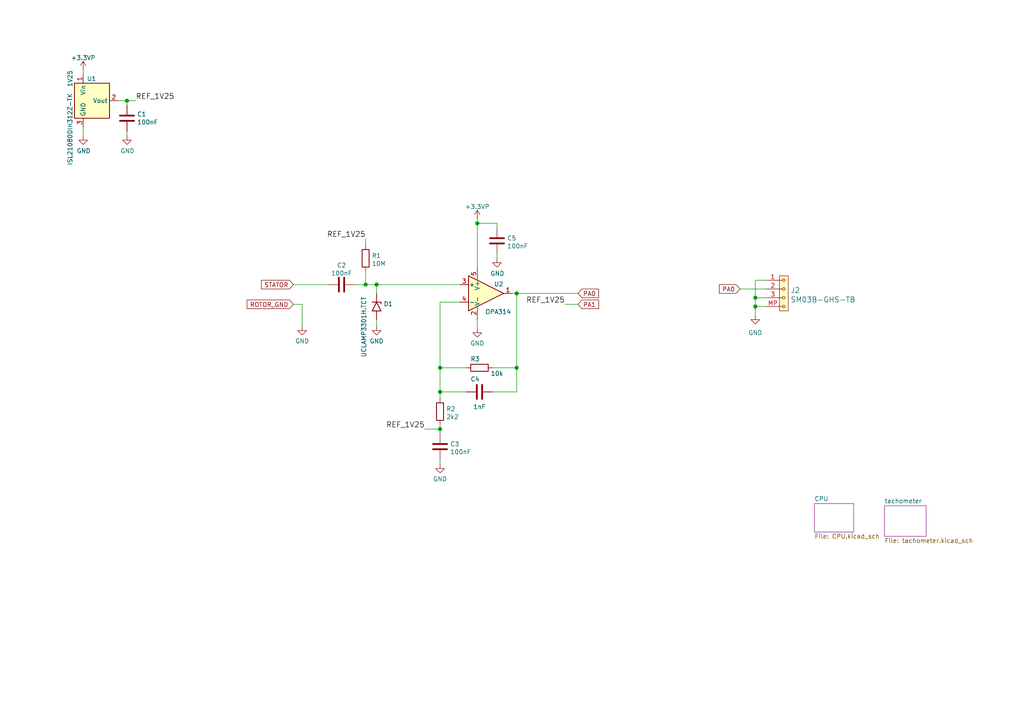
<source format=kicad_sch>
(kicad_sch (version 20210406) (generator eeschema)
  (paper "A4")
  (lib_symbols
    (symbol "Amplifier_Operational:OPA330xxDBV" (pin_names (offset 0.127))
      (property "Reference" "U" (at -1.27 6.35 0))
      (property "Value" "OPA330xxDBV" (at -1.27 3.81 0))
      (symbol "OPA330xxDBV_0_1"
        (polyline (pts (xy -5.08 5.08) (xy 5.08 0) (xy -5.08 -5.08) (xy -5.08 5.08)) (stroke (width 0.254)) (fill (type background)))
        (pin power_in line (at -2.54 -7.62 90) (length 3.81) (name "V-") (number "2"))
        (pin power_in line (at -2.54 7.62 270) (length 3.81) (name "V+") (number "5"))
      )
      (symbol "OPA330xxDBV_1_1"
        (pin output line (at 7.62 0 180) (length 2.54) (name "~") (number "1"))
        (pin input line (at -7.62 2.54 0) (length 2.54) (name "+") (number "3"))
        (pin input line (at -7.62 -2.54 0) (length 2.54) (name "-") (number "4"))
      )
    )
    (symbol "Device:C" (pin_numbers hide) (pin_names (offset 0.254))
      (property "Reference" "C" (at 0.635 2.54 0))
      (property "Value" "C" (at 0.635 -2.54 0))
      (symbol "C_0_1"
        (polyline (pts (xy -2.032 -0.762) (xy 2.032 -0.762)) (stroke (width 0.508)))
        (polyline (pts (xy -2.032 0.762) (xy 2.032 0.762)) (stroke (width 0.508)))
      )
      (symbol "C_1_1"
        (pin passive line (at 0 3.81 270) (length 2.794) (name "~") (number "1"))
        (pin passive line (at 0 -3.81 90) (length 2.794) (name "~") (number "2"))
      )
    )
    (symbol "Device:R" (pin_numbers hide) (pin_names (offset 0))
      (property "Reference" "R" (at 2.032 0 90))
      (property "Value" "R" (at 0 0 90))
      (symbol "R_0_1"
        (rectangle (start -1.016 -2.54) (end 1.016 2.54) (stroke (width 0.254)))
      )
      (symbol "R_1_1"
        (pin passive line (at 0 3.81 270) (length 1.27) (name "~") (number "1"))
        (pin passive line (at 0 -3.81 90) (length 1.27) (name "~") (number "2"))
      )
    )
    (symbol "Diode:SM6T12A" (pin_numbers hide) (pin_names (offset 1.016) hide)
      (property "Reference" "D" (at 0 2.54 0))
      (property "Value" "SM6T12A" (at 0 -2.54 0))
      (symbol "SM6T12A_0_1"
        (polyline (pts (xy -0.762 1.27) (xy -1.27 1.27) (xy -1.27 -1.27)) (stroke (width 0.254)))
        (polyline (pts (xy 1.27 1.27) (xy 1.27 -1.27) (xy -1.27 0) (xy 1.27 1.27)) (stroke (width 0.254)))
      )
      (symbol "SM6T12A_1_1"
        (pin passive line (at -3.81 0 0) (length 2.54) (name "A1") (number "1"))
        (pin passive line (at 3.81 0 180) (length 2.54) (name "A2") (number "2"))
      )
    )
    (symbol "MLAB_CONNECTORS_JST:SM03B-GHS-TB" (pin_names (offset 1.016))
      (property "Reference" "J" (at 0 -6.35 0))
      (property "Value" "SM03B-GHS-TB" (at 0 6.35 0))
      (property "Footprint" "Connector_JST:JST_GH_SM03B-GHS-TB_1x03-1MP_P1.25mm_Horizontal" (at 0 3.81 0))
      (symbol "SM03B-GHS-TB_0_1"
        (circle (center 0 -3.81) (radius 0.381))
        (circle (center 0 -1.27) (radius 0.381))
        (circle (center 0 1.27) (radius 0.381))
        (circle (center 0 3.81) (radius 0.381))
        (rectangle (start -1.27 5.08) (end 1.27 -5.08) (fill (type background)))
        (polyline (pts (xy -1.27 -3.81) (xy -0.381 -3.81)))
        (polyline (pts (xy -1.27 -1.27) (xy -0.381 -1.27)))
        (polyline (pts (xy -1.27 1.27) (xy -0.381 1.27)))
        (polyline (pts (xy -1.27 3.81) (xy -0.381 3.81)))
      )
      (symbol "SM03B-GHS-TB_1_1"
        (pin input line (at -5.08 3.81 0) (length 3.81) (name "~") (number "1"))
        (pin input line (at -5.08 1.27 0) (length 3.81) (name "~") (number "2"))
        (pin input line (at -5.08 -1.27 0) (length 3.81) (name "~") (number "3"))
        (pin input line (at -5.08 -3.81 0) (length 3.81) (name "") (number "MP"))
      )
    )
    (symbol "Reference_Voltage:ISL21070CIH320Z-TK"
      (property "Reference" "U" (at -0.635 8.255 0))
      (property "Value" "ISL21070CIH320Z-TK" (at -1.905 6.35 0))
      (symbol "ISL21070CIH320Z-TK_0_1"
        (rectangle (start -5.08 5.08) (end 5.08 -5.08) (stroke (width 0.254)) (fill (type background)))
      )
      (symbol "ISL21070CIH320Z-TK_1_1"
        (pin power_in line (at -2.54 7.62 270) (length 2.54) (name "Vin") (number "1"))
        (pin power_out line (at 7.62 0 180) (length 2.54) (name "Vout") (number "2"))
        (pin power_in line (at -2.54 -7.62 90) (length 2.54) (name "GND") (number "3"))
      )
    )
    (symbol "power:+3.3VP" (power) (pin_names (offset 0))
      (property "Value" "+3.3VP" (at 0 2.54 0))
      (symbol "+3.3VP_0_0"
        (pin power_in line (at 0 0 90) (length 0) hide (name "+3.3VP") (number "1"))
      )
      (symbol "+3.3VP_0_1"
        (polyline (pts (xy -0.762 1.27) (xy 0 2.54)))
        (polyline (pts (xy 0 0) (xy 0 2.54)))
        (polyline (pts (xy 0 2.54) (xy 0.762 1.27)))
      )
    )
    (symbol "power:GND" (power) (pin_names (offset 0))
      (property "Value" "GND" (at 0 -3.81 0))
      (symbol "GND_0_1"
        (polyline (pts (xy 0 0) (xy 0 -1.27) (xy 1.27 -1.27) (xy 0 -2.54) (xy -1.27 -1.27) (xy 0 -1.27)))
      )
      (symbol "GND_1_1"
        (pin power_in line (at 0 0 270) (length 0) hide (name "GND") (number "1"))
      )
    )
  )
  (junction (at 36.83 29.21) (diameter 1.016))
  (junction (at 106.045 82.55) (diameter 1.016))
  (junction (at 109.22 82.55) (diameter 1.016))
  (junction (at 127.635 106.68) (diameter 1.016))
  (junction (at 127.635 113.665) (diameter 1.016))
  (junction (at 127.635 124.46) (diameter 1.016))
  (junction (at 138.43 64.77) (diameter 1.016))
  (junction (at 149.86 85.09) (diameter 1.016))
  (junction (at 149.86 106.68) (diameter 1.016))
  (junction (at 219.075 86.36) (diameter 1.016))
  (junction (at 219.075 88.9) (diameter 1.016))
  (wire (pts (xy 24.13 20.32) (xy 24.13 21.59)))
  (wire (pts (xy 24.13 36.83) (xy 24.13 39.37)))
  (wire (pts (xy 34.29 29.21) (xy 36.83 29.21)))
  (wire (pts (xy 36.83 29.21) (xy 39.37 29.21)))
  (wire (pts (xy 36.83 30.48) (xy 36.83 29.21)))
  (wire (pts (xy 36.83 39.37) (xy 36.83 38.1)))
  (wire (pts (xy 85.09 82.55) (xy 95.25 82.55)))
  (wire (pts (xy 85.09 88.265) (xy 87.63 88.265)))
  (wire (pts (xy 87.63 88.265) (xy 87.63 94.615)))
  (wire (pts (xy 102.87 82.55) (xy 106.045 82.55)))
  (wire (pts (xy 106.045 69.215) (xy 106.045 71.12)))
  (wire (pts (xy 106.045 78.74) (xy 106.045 82.55)))
  (wire (pts (xy 106.045 82.55) (xy 109.22 82.55)))
  (wire (pts (xy 109.22 82.55) (xy 109.22 85.09)))
  (wire (pts (xy 109.22 82.55) (xy 133.35 82.55)))
  (wire (pts (xy 109.22 92.71) (xy 109.22 94.615)))
  (wire (pts (xy 123.19 124.46) (xy 127.635 124.46)))
  (wire (pts (xy 127.635 87.63) (xy 127.635 106.68)))
  (wire (pts (xy 127.635 106.68) (xy 127.635 113.665)))
  (wire (pts (xy 127.635 106.68) (xy 135.255 106.68)))
  (wire (pts (xy 127.635 113.665) (xy 127.635 115.57)))
  (wire (pts (xy 127.635 113.665) (xy 135.255 113.665)))
  (wire (pts (xy 127.635 123.19) (xy 127.635 124.46)))
  (wire (pts (xy 127.635 124.46) (xy 127.635 125.73)))
  (wire (pts (xy 127.635 133.35) (xy 127.635 134.62)))
  (wire (pts (xy 133.35 87.63) (xy 127.635 87.63)))
  (wire (pts (xy 138.43 63.5) (xy 138.43 64.77)))
  (wire (pts (xy 138.43 64.77) (xy 138.43 77.47)))
  (wire (pts (xy 138.43 64.77) (xy 144.145 64.77)))
  (wire (pts (xy 138.43 92.71) (xy 138.43 95.25)))
  (wire (pts (xy 142.875 106.68) (xy 149.86 106.68)))
  (wire (pts (xy 142.875 113.665) (xy 149.86 113.665)))
  (wire (pts (xy 144.145 66.04) (xy 144.145 64.77)))
  (wire (pts (xy 144.145 73.66) (xy 144.145 74.93)))
  (wire (pts (xy 148.59 85.09) (xy 149.86 85.09)))
  (wire (pts (xy 149.86 85.09) (xy 167.64 85.09)))
  (wire (pts (xy 149.86 106.68) (xy 149.86 85.09)))
  (wire (pts (xy 149.86 113.665) (xy 149.86 106.68)))
  (wire (pts (xy 163.83 88.265) (xy 167.64 88.265)))
  (wire (pts (xy 214.63 83.82) (xy 222.25 83.82)))
  (wire (pts (xy 219.075 81.28) (xy 219.075 86.36)))
  (wire (pts (xy 219.075 86.36) (xy 219.075 88.9)))
  (wire (pts (xy 219.075 86.36) (xy 222.25 86.36)))
  (wire (pts (xy 219.075 88.9) (xy 219.075 91.44)))
  (wire (pts (xy 219.075 88.9) (xy 222.25 88.9)))
  (wire (pts (xy 222.25 81.28) (xy 219.075 81.28)))
  (label "REF_1V25" (at 39.37 29.21 0) (effects (font (size 1.524 1.524))))
  (label "REF_1V25" (at 106.045 69.215 180) (effects (font (size 1.524 1.524))))
  (label "REF_1V25" (at 123.19 124.46 180) (effects (font (size 1.524 1.524))))
  (label "REF_1V25" (at 163.83 88.265 180) (effects (font (size 1.524 1.524))))
  (global_label "STATOR" (shape input) (at 85.09 82.55 180) (property "Intersheet References" "${INTERSHEET_REFS}" (effects hide)))
  (global_label "ROTOR_GND" (shape input) (at 85.09 88.265 180) (property "Intersheet References" "${INTERSHEET_REFS}" (effects hide)))
  (global_label "PA0" (shape input) (at 167.64 85.09 0) (property "Intersheet References" "${INTERSHEET_REFS}" (effects hide)))
  (global_label "PA1" (shape input) (at 167.64 88.265 0) (property "Intersheet References" "${INTERSHEET_REFS}" (effects hide)))
  (global_label "PA0" (shape input) (at 214.63 83.82 180) (property "Intersheet References" "${INTERSHEET_REFS}" (effects hide)))
  (symbol (lib_id "power:+3.3VP") (at 24.13 20.32 0) (unit 1)
    (property "Reference" "#PWR01" (effects hide))
    (property "Value" "+3.3VP" (at 24.13 16.7726 0))
  )
  (symbol (lib_id "power:+3.3VP") (at 138.43 63.5 0) (unit 1)
    (property "Reference" "#PWR07" (effects hide))
    (property "Value" "+3.3VP" (at 138.43 59.9526 0))
  )
  (symbol (lib_id "power:GND") (at 24.13 39.37 0) (unit 1)
    (property "Reference" "#PWR02" (effects hide))
    (property "Value" "GND" (at 24.257 43.7642 0))
  )
  (symbol (lib_id "power:GND") (at 36.83 39.37 0) (unit 1)
    (property "Reference" "#PWR03" (effects hide))
    (property "Value" "GND" (at 36.957 43.7642 0))
  )
  (symbol (lib_id "power:GND") (at 87.63 94.615 0) (unit 1)
    (property "Reference" "#PWR04" (effects hide))
    (property "Value" "GND" (at 87.63 98.9394 0))
  )
  (symbol (lib_id "power:GND") (at 109.22 94.615 0) (unit 1)
    (property "Reference" "#PWR05" (effects hide))
    (property "Value" "GND" (at 109.22 98.9394 0))
  )
  (symbol (lib_id "power:GND") (at 127.635 134.62 0) (unit 1)
    (property "Reference" "#PWR06" (effects hide))
    (property "Value" "GND" (at 127.635 138.9444 0))
  )
  (symbol (lib_id "power:GND") (at 138.43 95.25 0) (unit 1)
    (property "Reference" "#PWR08" (effects hide))
    (property "Value" "GND" (at 138.43 99.5744 0))
  )
  (symbol (lib_id "power:GND") (at 144.145 74.93 0) (unit 1)
    (property "Reference" "#PWR09" (effects hide))
    (property "Value" "GND" (at 144.272 79.3242 0))
  )
  (symbol (lib_id "power:GND") (at 219.075 91.44 0) (unit 1)
    (property "Reference" "#PWR020" (effects hide))
    (property "Value" "GND" (at 219.075 96.52 0))
  )
  (symbol (lib_id "Device:R") (at 106.045 74.93 0) (unit 1)
    (property "Reference" "R1" (at 107.8231 74.1691 0) (effects (justify left)))
    (property "Value" "10M" (at 107.8231 76.4678 0) (effects (justify left)))
    (property "Footprint" "Resistor_SMD:R_0603_1608Metric" (effects hide))
    (property "UST_ID" "5c70984712875079b91f8b6d" (effects hide))
  )
  (symbol (lib_id "Device:R") (at 127.635 119.38 180) (unit 1)
    (property "Reference" "R2" (at 129.4131 118.6191 0) (effects (justify right)))
    (property "Value" "2k2" (at 129.4131 120.9178 0) (effects (justify right)))
    (property "Footprint" "Resistor_SMD:R_0603_1608Metric" (effects hide))
    (property "UST_ID" "5c70984512875079b91f895e" (effects hide))
  )
  (symbol (lib_id "Device:R") (at 139.065 106.68 90) (unit 1)
    (property "Reference" "R3" (at 137.795 104.1358 90))
    (property "Value" "10k" (at 144.145 108.3395 90))
    (property "Footprint" "Resistor_SMD:R_0603_1608Metric" (effects hide))
    (property "UST_ID" "5c70984512875079b91f8962" (effects hide))
  )
  (symbol (lib_id "Diode:SM6T12A") (at 109.22 88.9 270) (unit 1)
    (property "Reference" "D1" (at 111.2521 88.1391 90) (effects (justify left)))
    (property "Value" "UCLAMP3301H.TCT" (at 105.5371 85.9928 0) (effects (justify left)))
    (property "Footprint" "Diode_SMD:D_SOD-523" (effects hide))
    (property "Datasheet" "https://www.st.com/resource/en/datasheet/sm6t.pdf" (effects hide))
    (property "UST_ID" "612514fe1287500165a976f3" (effects hide))
  )
  (symbol (lib_id "Device:C") (at 36.83 34.29 0) (unit 1)
    (property "Reference" "C1" (at 39.751 33.1216 0) (effects (justify left)))
    (property "Value" "100nF" (at 39.751 35.433 0) (effects (justify left)))
    (property "Footprint" "Capacitor_SMD:C_0603_1608Metric" (effects hide))
    (property "UST_ID" "5c70984812875079b91f8bf2" (effects hide))
  )
  (symbol (lib_id "Device:C") (at 99.06 82.55 90) (unit 1)
    (property "Reference" "C2" (at 99.06 76.9578 90))
    (property "Value" "100nF" (at 99.06 79.2565 90))
    (property "Footprint" "Capacitor_SMD:C_0603_1608Metric" (effects hide))
    (property "UST_ID" "5c70984812875079b91f8bf2" (effects hide))
  )
  (symbol (lib_id "Device:C") (at 127.635 129.54 180) (unit 1)
    (property "Reference" "C3" (at 130.5561 128.7791 0) (effects (justify right)))
    (property "Value" "100nF" (at 130.5561 131.0778 0) (effects (justify right)))
    (property "Footprint" "Capacitor_SMD:C_0603_1608Metric" (effects hide))
    (property "UST_ID" "5c70984812875079b91f8bf2" (effects hide))
  )
  (symbol (lib_id "Device:C") (at 139.065 113.665 90) (unit 1)
    (property "Reference" "C4" (at 137.795 109.9778 90))
    (property "Value" "1nF" (at 139.065 117.9915 90))
    (property "Footprint" "Capacitor_SMD:C_0603_1608Metric" (effects hide))
    (property "UST_ID" "5c70984812875079b91f8bec" (effects hide))
  )
  (symbol (lib_id "Device:C") (at 144.145 69.85 180) (unit 1)
    (property "Reference" "C5" (at 147.0661 69.0891 0) (effects (justify right)))
    (property "Value" "100nF" (at 147.0661 71.3878 0) (effects (justify right)))
    (property "Footprint" "Capacitor_SMD:C_0603_1608Metric" (effects hide))
    (property "UST_ID" "5c70984812875079b91f8bf2" (effects hide))
  )
  (symbol (lib_id "MLAB_CONNECTORS_JST:SM03B-GHS-TB") (at 227.33 85.09 0) (unit 1)
    (property "Reference" "J2" (at 229.2351 84.2024 0) (effects (font (size 1.524 1.524)) (justify left)))
    (property "Value" "SM03B-GHS-TB" (at 229.2351 86.91 0) (effects (font (size 1.524 1.524)) (justify left)))
    (property "Footprint" "Connector_JST:JST_GH_SM03B-GHS-TB_1x03-1MP_P1.25mm_Horizontal" (effects hide))
  )
  (symbol (lib_id "Reference_Voltage:ISL21070CIH320Z-TK") (at 26.67 29.21 0) (unit 1)
    (property "Reference" "U1" (at 27.94 22.86 0) (effects (justify right)))
    (property "Value" "ISL21080DIH312Z-TK  1V25" (at 20.32 20.32 90) (effects (justify right)))
    (property "Footprint" "Package_TO_SOT_SMD:SOT-23" (effects hide))
    (property "Datasheet" "http://www.intersil.com/content/dam/Intersil/documents/fn75/fn7599.pdf" (effects hide))
    (property "UST_ID" "5c70984712875079b91f8b7a" (effects hide))
  )
  (symbol (lib_id "Amplifier_Operational:OPA330xxDBV") (at 140.97 85.09 0) (unit 1)
    (property "Reference" "U2" (at 143.2561 82.4241 0) (effects (justify left)))
    (property "Value" "OPA314" (at 140.7161 90.4378 0) (effects (justify left)))
    (property "Footprint" "Package_TO_SOT_SMD:SOT-23-5" (effects hide))
    (property "Datasheet" "https://www.ti.com/lit/ds/symlink/opa314-q1.pdf?HQS=dis-mous-null-mousermode-dsf-pf-null-wwe&ts=1627026622034&ref_url=https%253A%252F%252Fcz.mouser.com%252F" (effects hide))
    (property "UST_ID" "5c70984412875079b91f879a" (effects hide))
  )
  (sheet (at 236.22 146.05) (size 11.43 8.255) (stroke (width 0.0006) (color 132 0 132 1)) (fill (color 255 255 255 0.0000))
    (property "Název listu" "CPU" (at 236.22 145.4143 0) (effects (justify left bottom)))
    (property "Soubor listu" "CPU.kicad_sch" (at 236.22 154.8137 0) (effects (justify left top)))
  )
  (sheet (at 256.54 146.685) (size 12.065 8.89) (stroke (width 0.0006) (color 132 0 132 1)) (fill (color 255 255 255 0.0000))
    (property "Název listu" "tachometer" (at 256.54 146.0493 0) (effects (justify left bottom)))
    (property "Soubor listu" "tachometer.kicad_sch" (at 256.54 156.0837 0) (effects (justify left top)))
  )
)
</source>
